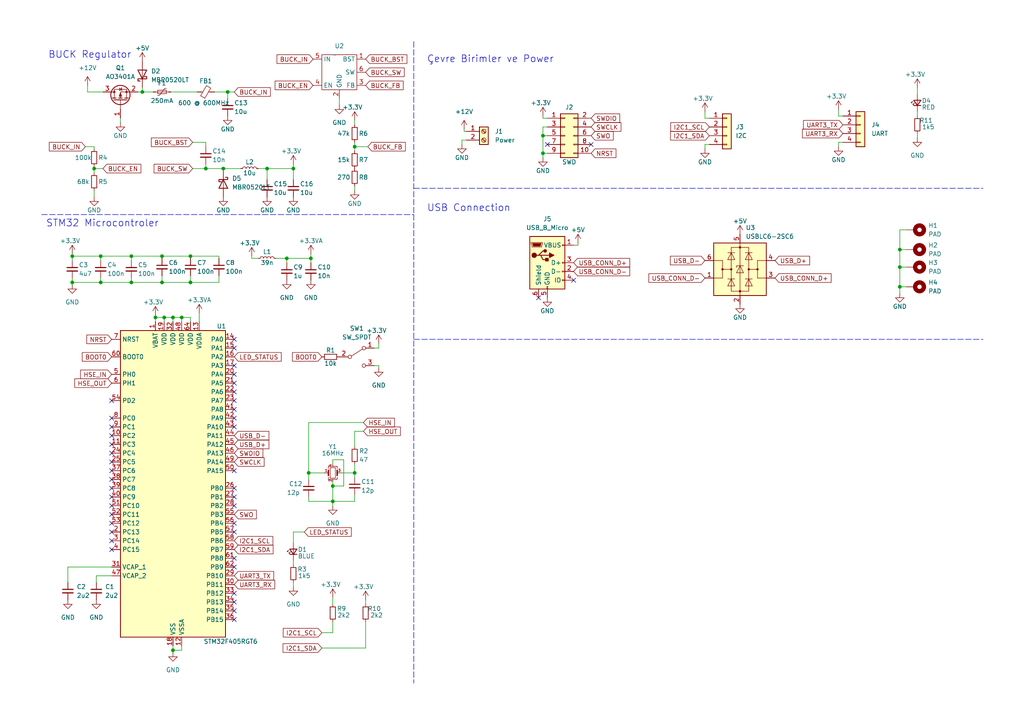
<source format=kicad_sch>
(kicad_sch (version 20230121) (generator eeschema)
  (paper "A4")
  (title_block (title "STM32F405_Dev_Board") (date "2023-08-24") (rev "V2.0") (company "MHI Design"))
  (lib_symbols
    (symbol "Connector:Screw_Terminal_01x02" (pin_names (offset 1.016) hide)
      (property "Reference" "J" (at 0 2.54 0))
      (property "Value" "Screw_Terminal_01x02" (at 0 -5.08 0))
      (symbol "Screw_Terminal_01x02_1_1"
        (pin passive line (at -5.08 0 0) (length 3.81) (name "Pin_1") (number "1"))
        (pin passive line (at -5.08 -2.54 0) (length 3.81) (name "Pin_2") (number "2"))
      )
    )
    (symbol "Connector:USB_B_Micro" (pin_names (offset 1.016))
      (property "Reference" "J" (at -5.08 11.43 0))
      (property "Value" "USB_B_Micro" (at -5.08 8.89 0))
      (symbol "USB_B_Micro_1_1"
        (pin power_out line (at 7.62 5.08 180) (length 2.54) (name "VBUS") (number "1"))
        (pin bidirectional line (at 7.62 -2.54 180) (length 2.54) (name "D-") (number "2"))
        (pin bidirectional line (at 7.62 0 180) (length 2.54) (name "D+") (number "3"))
        (pin passive line (at 7.62 -5.08 180) (length 2.54) (name "ID") (number "4"))
        (pin power_out line (at 0 -10.16 90) (length 2.54) (name "GND") (number "5"))
        (pin passive line (at -2.54 -10.16 90) (length 2.54) (name "Shield") (number "6"))
      )
    )
    (symbol "Connector_Generic:Conn_01x04" (pin_names (offset 1.016) hide)
      (property "Reference" "J" (at 0 5.08 0))
      (property "Value" "Conn_01x04" (at 0 -7.62 0))
      (symbol "Conn_01x04_1_1"
        (pin passive line (at -5.08 2.54 0) (length 3.81) (name "Pin_1") (number "1"))
        (pin passive line (at -5.08 0 0) (length 3.81) (name "Pin_2") (number "2"))
        (pin passive line (at -5.08 -2.54 0) (length 3.81) (name "Pin_3") (number "3"))
        (pin passive line (at -5.08 -5.08 0) (length 3.81) (name "Pin_4") (number "4"))
      )
    )
    (symbol "Connector_Generic:Conn_02x05_Odd_Even" (pin_names (offset 1.016) hide)
      (property "Reference" "J" (at 1.27 7.62 0))
      (property "Value" "Conn_02x05_Odd_Even" (at 1.27 -7.62 0))
      (symbol "Conn_02x05_Odd_Even_1_1"
        (pin passive line (at -5.08 5.08 0) (length 3.81) (name "Pin_1") (number "1"))
        (pin passive line (at 7.62 -5.08 180) (length 3.81) (name "Pin_10") (number "10"))
        (pin passive line (at 7.62 5.08 180) (length 3.81) (name "Pin_2") (number "2"))
        (pin passive line (at -5.08 2.54 0) (length 3.81) (name "Pin_3") (number "3"))
        (pin passive line (at 7.62 2.54 180) (length 3.81) (name "Pin_4") (number "4"))
        (pin passive line (at -5.08 0 0) (length 3.81) (name "Pin_5") (number "5"))
        (pin passive line (at 7.62 0 180) (length 3.81) (name "Pin_6") (number "6"))
        (pin passive line (at -5.08 -2.54 0) (length 3.81) (name "Pin_7") (number "7"))
        (pin passive line (at 7.62 -2.54 180) (length 3.81) (name "Pin_8") (number "8"))
        (pin passive line (at -5.08 -5.08 0) (length 3.81) (name "Pin_9") (number "9"))
      )
    )
    (symbol "Device:C_Small" (pin_numbers hide) (pin_names (offset 0.254) hide)
      (property "Reference" "C" (at 0.254 1.778 0))
      (property "Value" "C_Small" (at 0.254 -2.032 0))
      (symbol "C_Small_1_1"
        (pin passive line (at 0 2.54 270) (length 2.032) (name "~") (number "1"))
        (pin passive line (at 0 -2.54 90) (length 2.032) (name "~") (number "2"))
      )
    )
    (symbol "Device:Crystal_GND24_Small" (pin_names (offset 1.016) hide)
      (property "Reference" "Y" (at 1.27 4.445 0))
      (property "Value" "Crystal_GND24_Small" (at 1.27 2.54 0))
      (symbol "Crystal_GND24_Small_1_1"
        (pin passive line (at -2.54 0 0) (length 1.27) (name "1") (number "1"))
        (pin passive line (at 0 -2.54 90) (length 0.635) (name "2") (number "2"))
        (pin passive line (at 2.54 0 180) (length 1.27) (name "3") (number "3"))
        (pin passive line (at 0 2.54 270) (length 0.635) (name "4") (number "4"))
      )
    )
    (symbol "Device:FerriteBead_Small" (pin_numbers hide) (pin_names (offset 0))
      (property "Reference" "FB" (at 1.905 1.27 0))
      (property "Value" "FerriteBead_Small" (at 1.905 -1.27 0))
      (symbol "FerriteBead_Small_1_1"
        (pin passive line (at 0 2.54 270) (length 1.27) (name "~") (number "1"))
        (pin passive line (at 0 -2.54 90) (length 1.27) (name "~") (number "2"))
      )
    )
    (symbol "Device:LED_Small" (pin_numbers hide) (pin_names (offset 0.254) hide)
      (property "Reference" "D" (at -1.27 3.175 0))
      (property "Value" "LED_Small" (at -4.445 -2.54 0))
      (symbol "LED_Small_1_1"
        (pin passive line (at -2.54 0 0) (length 1.778) (name "K") (number "1"))
        (pin passive line (at 2.54 0 180) (length 1.778) (name "A") (number "2"))
      )
    )
    (symbol "Device:L_Small" (pin_numbers hide) (pin_names (offset 0.254) hide)
      (property "Reference" "L" (at 0.762 1.016 0))
      (property "Value" "L_Small" (at 0.762 -1.016 0))
      (symbol "L_Small_1_1"
        (pin passive line (at 0 2.54 270) (length 0.508) (name "~") (number "1"))
        (pin passive line (at 0 -2.54 90) (length 0.508) (name "~") (number "2"))
      )
    )
    (symbol "Device:Polyfuse_Small" (pin_numbers hide) (pin_names (offset 0))
      (property "Reference" "F" (at -1.905 0 90))
      (property "Value" "Polyfuse_Small" (at 1.905 0 90))
      (symbol "Polyfuse_Small_1_1"
        (pin passive line (at 0 2.54 270) (length 0.635) (name "~") (number "1"))
        (pin passive line (at 0 -2.54 90) (length 0.635) (name "~") (number "2"))
      )
    )
    (symbol "Device:R_Small" (pin_numbers hide) (pin_names (offset 0.254) hide)
      (property "Reference" "R" (at 0.762 0.508 0))
      (property "Value" "R_Small" (at 0.762 -1.016 0))
      (symbol "R_Small_1_1"
        (pin passive line (at 0 2.54 270) (length 0.762) (name "~") (number "1"))
        (pin passive line (at 0 -2.54 90) (length 0.762) (name "~") (number "2"))
      )
    )
    (symbol "Diode:MBR0520LT" (pin_numbers hide) (pin_names (offset 1.016) hide)
      (property "Reference" "D" (at 0 2.54 0))
      (property "Value" "MBR0520LT" (at 0 -2.54 0))
      (symbol "MBR0520LT_1_1"
        (pin passive line (at -3.81 0 0) (length 2.54) (name "K") (number "1"))
        (pin passive line (at 3.81 0 180) (length 2.54) (name "A") (number "2"))
      )
    )
    (symbol "MCU_ST_STM32F4:STM32F405RGTx"
      (property "Reference" "U" (at -15.24 46.99 0))
      (property "Value" "STM32F405RGTx" (at 10.16 46.99 0))
      (symbol "STM32F405RGTx_1_1"
        (pin power_in line (at -5.08 48.26 270) (length 2.54) (name "VBAT") (number "1"))
        (pin bidirectional line (at -17.78 15.24 0) (length 2.54) (name "PC2") (number "10"))
        (pin bidirectional line (at -17.78 12.7 0) (length 2.54) (name "PC3") (number "11"))
        (pin power_in line (at 2.54 -45.72 90) (length 2.54) (name "VSSA") (number "12"))
        (pin power_in line (at 7.62 48.26 270) (length 2.54) (name "VDDA") (number "13"))
        (pin bidirectional line (at 17.78 43.18 180) (length 2.54) (name "PA0") (number "14"))
        (pin bidirectional line (at 17.78 40.64 180) (length 2.54) (name "PA1") (number "15"))
        (pin bidirectional line (at 17.78 38.1 180) (length 2.54) (name "PA2") (number "16"))
        (pin bidirectional line (at 17.78 35.56 180) (length 2.54) (name "PA3") (number "17"))
        (pin power_in line (at 0 -45.72 90) (length 2.54) (name "VSS") (number "18"))
        (pin power_in line (at -2.54 48.26 270) (length 2.54) (name "VDD") (number "19"))
        (pin bidirectional line (at -17.78 -12.7 0) (length 2.54) (name "PC13") (number "2"))
        (pin bidirectional line (at 17.78 33.02 180) (length 2.54) (name "PA4") (number "20"))
        (pin bidirectional line (at 17.78 30.48 180) (length 2.54) (name "PA5") (number "21"))
        (pin bidirectional line (at 17.78 27.94 180) (length 2.54) (name "PA6") (number "22"))
        (pin bidirectional line (at 17.78 25.4 180) (length 2.54) (name "PA7") (number "23"))
        (pin bidirectional line (at -17.78 10.16 0) (length 2.54) (name "PC4") (number "24"))
        (pin bidirectional line (at -17.78 7.62 0) (length 2.54) (name "PC5") (number "25"))
        (pin bidirectional line (at 17.78 0 180) (length 2.54) (name "PB0") (number "26"))
        (pin bidirectional line (at 17.78 -2.54 180) (length 2.54) (name "PB1") (number "27"))
        (pin bidirectional line (at 17.78 -5.08 180) (length 2.54) (name "PB2") (number "28"))
        (pin bidirectional line (at 17.78 -25.4 180) (length 2.54) (name "PB10") (number "29"))
        (pin bidirectional line (at -17.78 -15.24 0) (length 2.54) (name "PC14") (number "3"))
        (pin bidirectional line (at 17.78 -27.94 180) (length 2.54) (name "PB11") (number "30"))
        (pin power_out line (at -17.78 -22.86 0) (length 2.54) (name "VCAP_1") (number "31"))
        (pin power_in line (at 0 48.26 270) (length 2.54) (name "VDD") (number "32"))
        (pin bidirectional line (at 17.78 -30.48 180) (length 2.54) (name "PB12") (number "33"))
        (pin bidirectional line (at 17.78 -33.02 180) (length 2.54) (name "PB13") (number "34"))
        (pin bidirectional line (at 17.78 -35.56 180) (length 2.54) (name "PB14") (number "35"))
        (pin bidirectional line (at 17.78 -38.1 180) (length 2.54) (name "PB15") (number "36"))
        (pin bidirectional line (at -17.78 5.08 0) (length 2.54) (name "PC6") (number "37"))
        (pin bidirectional line (at -17.78 2.54 0) (length 2.54) (name "PC7") (number "38"))
        (pin bidirectional line (at -17.78 0 0) (length 2.54) (name "PC8") (number "39"))
        (pin bidirectional line (at -17.78 -17.78 0) (length 2.54) (name "PC15") (number "4"))
        (pin bidirectional line (at -17.78 -2.54 0) (length 2.54) (name "PC9") (number "40"))
        (pin bidirectional line (at 17.78 22.86 180) (length 2.54) (name "PA8") (number "41"))
        (pin bidirectional line (at 17.78 20.32 180) (length 2.54) (name "PA9") (number "42"))
        (pin bidirectional line (at 17.78 17.78 180) (length 2.54) (name "PA10") (number "43"))
        (pin bidirectional line (at 17.78 15.24 180) (length 2.54) (name "PA11") (number "44"))
        (pin bidirectional line (at 17.78 12.7 180) (length 2.54) (name "PA12") (number "45"))
        (pin bidirectional line (at 17.78 10.16 180) (length 2.54) (name "PA13") (number "46"))
        (pin power_out line (at -17.78 -25.4 0) (length 2.54) (name "VCAP_2") (number "47"))
        (pin power_in line (at 2.54 48.26 270) (length 2.54) (name "VDD") (number "48"))
        (pin bidirectional line (at 17.78 7.62 180) (length 2.54) (name "PA14") (number "49"))
        (pin bidirectional line (at -17.78 33.02 0) (length 2.54) (name "PH0") (number "5"))
        (pin bidirectional line (at 17.78 5.08 180) (length 2.54) (name "PA15") (number "50"))
        (pin bidirectional line (at -17.78 -5.08 0) (length 2.54) (name "PC10") (number "51"))
        (pin bidirectional line (at -17.78 -7.62 0) (length 2.54) (name "PC11") (number "52"))
        (pin bidirectional line (at -17.78 -10.16 0) (length 2.54) (name "PC12") (number "53"))
        (pin bidirectional line (at -17.78 25.4 0) (length 2.54) (name "PD2") (number "54"))
        (pin bidirectional line (at 17.78 -7.62 180) (length 2.54) (name "PB3") (number "55"))
        (pin bidirectional line (at 17.78 -10.16 180) (length 2.54) (name "PB4") (number "56"))
        (pin bidirectional line (at 17.78 -12.7 180) (length 2.54) (name "PB5") (number "57"))
        (pin bidirectional line (at 17.78 -15.24 180) (length 2.54) (name "PB6") (number "58"))
        (pin bidirectional line (at 17.78 -17.78 180) (length 2.54) (name "PB7") (number "59"))
        (pin bidirectional line (at -17.78 30.48 0) (length 2.54) (name "PH1") (number "6"))
        (pin input line (at -17.78 38.1 0) (length 2.54) (name "BOOT0") (number "60"))
        (pin bidirectional line (at 17.78 -20.32 180) (length 2.54) (name "PB8") (number "61"))
        (pin bidirectional line (at 17.78 -22.86 180) (length 2.54) (name "PB9") (number "62"))
        (pin passive line (at 0 -45.72 90) (length 2.54) hide (name "VSS") (number "63"))
        (pin power_in line (at 5.08 48.26 270) (length 2.54) (name "VDD") (number "64"))
        (pin input line (at -17.78 43.18 0) (length 2.54) (name "NRST") (number "7"))
        (pin bidirectional line (at -17.78 20.32 0) (length 2.54) (name "PC0") (number "8"))
        (pin bidirectional line (at -17.78 17.78 0) (length 2.54) (name "PC1") (number "9"))
      )
    )
    (symbol "Mechanical:MountingHole_Pad" (pin_numbers hide) (pin_names (offset 1.016) hide)
      (property "Reference" "H" (at 0 6.35 0))
      (property "Value" "MountingHole_Pad" (at 0 4.445 0))
      (symbol "MountingHole_Pad_1_1"
        (pin input line (at 0 -2.54 90) (length 2.54) (name "1") (number "1"))
      )
    )
    (symbol "Power_Protection:USBLC6-2SC6" (pin_names hide)
      (property "Reference" "U" (at 2.54 8.89 0))
      (property "Value" "USBLC6-2SC6" (at 2.54 -8.89 0))
      (symbol "USBLC6-2SC6_1_1"
        (pin passive line (at -10.16 -2.54 0) (length 2.54) (name "I/O1") (number "1"))
        (pin passive line (at 0 -10.16 90) (length 2.54) (name "GND") (number "2"))
        (pin passive line (at 10.16 -2.54 180) (length 2.54) (name "I/O2") (number "3"))
        (pin passive line (at 10.16 2.54 180) (length 2.54) (name "I/O2") (number "4"))
        (pin passive line (at 0 10.16 270) (length 2.54) (name "VBUS") (number "5"))
        (pin passive line (at -10.16 2.54 0) (length 2.54) (name "I/O1") (number "6"))
      )
    )
    (symbol "Regulator_MHI:MP2359"
      (property "Reference" "U" (at 0 2.54 0))
      (symbol "MP2359_1_1"
        (pin input line (at 8.89 -1.27 180) (length 2.54) (name "BST") (number "1"))
        (pin input line (at 1.27 -12.7 90) (length 2.54) (name "GND") (number "2"))
        (pin input line (at 8.89 -8.89 180) (length 2.54) (name "FB") (number "3"))
        (pin input line (at -6.35 -8.89 0) (length 2.54) (name "EN") (number "4"))
        (pin input line (at -6.35 -1.27 0) (length 2.54) (name "IN") (number "5"))
        (pin input line (at 8.89 -5.08 180) (length 2.54) (name "SW") (number "6"))
      )
    )
    (symbol "Switch:SW_SPDT" (pin_names (offset 0) hide)
      (property "Reference" "SW" (at 0 4.318 0))
      (property "Value" "SW_SPDT" (at 0 -5.08 0))
      (symbol "SW_SPDT_1_1"
        (pin passive line (at 5.08 2.54 180) (length 2.54) (name "A") (number "1"))
        (pin passive line (at -5.08 0 0) (length 2.54) (name "B") (number "2"))
        (pin passive line (at 5.08 -2.54 180) (length 2.54) (name "C") (number "3"))
      )
    )
    (symbol "Transistor_FET:AO3401A" (pin_names hide)
      (property "Reference" "Q" (at 5.08 1.905 0))
      (property "Value" "AO3401A" (at 5.08 0 0))
      (symbol "AO3401A_1_1"
        (pin input line (at -5.08 0 0) (length 2.54) (name "G") (number "1"))
        (pin passive line (at 2.54 -5.08 90) (length 2.54) (name "S") (number "2"))
        (pin passive line (at 2.54 5.08 270) (length 2.54) (name "D") (number "3"))
      )
    )
    (symbol "power:+12V" (power) (pin_names (offset 0))
      (property "Value" "+12V" (at 0 3.556 0))
      (symbol "+12V_1_1"
        (pin power_in line (at 0 0 90) (length 0) hide (name "+12V") (number "1"))
      )
    )
    (symbol "power:+3.3V" (power) (pin_names (offset 0))
      (property "Value" "+3.3V" (at 0 3.556 0))
      (symbol "+3.3V_1_1"
        (pin power_in line (at 0 0 90) (length 0) hide (name "+3.3V") (number "1"))
      )
    )
    (symbol "power:+3.3VA" (power) (pin_names (offset 0))
      (property "Value" "+3.3VA" (at 0 3.556 0))
      (symbol "+3.3VA_1_1"
        (pin power_in line (at 0 0 90) (length 0) hide (name "+3.3VA") (number "1"))
      )
    )
    (symbol "power:+5V" (power) (pin_names (offset 0))
      (property "Value" "+5V" (at 0 3.556 0))
      (symbol "+5V_1_1"
        (pin power_in line (at 0 0 90) (length 0) hide (name "+5V") (number "1"))
      )
    )
    (symbol "power:GND" (power) (pin_names (offset 0))
      (property "Value" "GND" (at 0 -3.81 0))
      (symbol "GND_1_1"
        (pin power_in line (at 0 0 270) (length 0) hide (name "GND") (number "1"))
      )
    )
  )
  (junction (at 38.1 81.915))
  (junction (at 83.185 74.93))
  (junction (at 52.705 92.075))
  (junction (at 96.52 145.415))
  (junction (at 29.21 74.295))
  (junction (at 85.09 48.895))
  (junction (at 27.305 48.895))
  (junction (at 260.985 77.47))
  (junction (at 41.275 26.67))
  (junction (at 157.48 44.45))
  (junction (at 47.625 92.075))
  (junction (at 38.1 74.295))
  (junction (at 20.955 81.915))
  (junction (at 45.085 92.075))
  (junction (at 66.04 26.67))
  (junction (at 260.985 72.39))
  (junction (at 29.21 81.915))
  (junction (at 102.87 42.545))
  (junction (at 77.47 48.895))
  (junction (at 55.245 81.915))
  (junction (at 96.52 140.97))
  (junction (at 50.165 188.595))
  (junction (at 55.245 74.295))
  (junction (at 46.99 81.915))
  (junction (at 90.17 74.93))
  (junction (at 157.48 39.37))
  (junction (at 102.87 137.16))
  (junction (at 64.77 48.895))
  (junction (at 46.99 74.295))
  (junction (at 20.955 74.295))
  (junction (at 59.69 48.895))
  (junction (at 260.985 83.185))
  (junction (at 50.165 92.075))
  (junction (at 89.535 137.16))
  (no_connect (at 67.945 141.605))
  (no_connect (at 32.385 123.825))
  (no_connect (at 32.385 151.765))
  (no_connect (at 67.945 121.285))
  (no_connect (at 166.37 81.28))
  (no_connect (at 67.945 118.745))
  (no_connect (at 32.385 154.305))
  (no_connect (at 67.945 123.825))
  (no_connect (at 67.945 108.585))
  (no_connect (at 67.945 154.305))
  (no_connect (at 67.945 100.965))
  (no_connect (at 67.945 144.145))
  (no_connect (at 67.945 98.425))
  (no_connect (at 158.75 41.91))
  (no_connect (at 32.385 149.225))
  (no_connect (at 32.385 131.445))
  (no_connect (at 32.385 144.145))
  (no_connect (at 67.945 113.665))
  (no_connect (at 67.945 151.765))
  (no_connect (at 32.385 141.605))
  (no_connect (at 32.385 136.525))
  (no_connect (at 32.385 146.685))
  (no_connect (at 156.21 86.36))
  (no_connect (at 67.945 174.625))
  (no_connect (at 32.385 133.985))
  (no_connect (at 32.385 159.385))
  (no_connect (at 171.45 41.91))
  (no_connect (at 32.385 116.205))
  (no_connect (at 32.385 126.365))
  (no_connect (at 32.385 139.065))
  (no_connect (at 67.945 179.705))
  (no_connect (at 67.945 116.205))
  (no_connect (at 67.945 161.925))
  (no_connect (at 67.945 111.125))
  (no_connect (at 67.945 136.525))
  (no_connect (at 32.385 128.905))
  (no_connect (at 67.945 146.685))
  (no_connect (at 32.385 156.845))
  (no_connect (at 67.945 177.165))
  (no_connect (at 67.945 172.085))
  (no_connect (at 67.945 106.045))
  (no_connect (at 67.945 164.465))
  (no_connect (at 32.385 121.285))
  (polyline (pts (xy 120.015 98.425) (xy 285.115 98.425)) (stroke (width 0) (type dash)))
  (wire (pts (xy 90.17 73.66) (xy 90.17 74.93)))
  (wire (pts (xy 46.99 80.01) (xy 46.99 81.915)))
  (wire (pts (xy 27.305 48.26) (xy 27.305 48.895)))
  (wire (pts (xy 96.52 183.515) (xy 96.52 180.34)))
  (wire (pts (xy 52.705 92.075) (xy 52.705 93.345)))
  (wire (pts (xy 50.165 92.075) (xy 50.165 93.345)))
  (wire (pts (xy 59.69 41.275) (xy 55.88 41.275)))
  (wire (pts (xy 102.87 125.095) (xy 102.87 129.54)))
  (wire (pts (xy 109.855 99.695) (xy 109.855 100.965)))
  (wire (pts (xy 260.985 85.09) (xy 260.985 83.185)))
  (wire (pts (xy 96.52 173.355) (xy 96.52 175.26)))
  (wire (pts (xy 41.275 25.4) (xy 41.275 26.67)))
  (wire (pts (xy 29.21 81.915) (xy 38.1 81.915)))
  (wire (pts (xy 27.305 48.895) (xy 29.845 48.895)))
  (wire (pts (xy 109.855 106.68) (xy 109.855 106.045)))
  (wire (pts (xy 38.1 74.295) (xy 38.1 75.565)))
  (wire (pts (xy 27.305 48.895) (xy 27.305 50.165)))
  (wire (pts (xy 45.085 91.44) (xy 45.085 92.075)))
  (wire (pts (xy 157.48 34.29) (xy 157.48 33.655)))
  (wire (pts (xy 260.985 77.47) (xy 260.985 72.39)))
  (wire (pts (xy 29.21 75.565) (xy 29.21 74.295)))
  (wire (pts (xy 102.87 145.415) (xy 102.87 143.51)))
  (wire (pts (xy 50.165 188.595) (xy 50.165 189.23)))
  (wire (pts (xy 109.855 100.965) (xy 108.585 100.965)))
  (wire (pts (xy 77.47 48.895) (xy 74.93 48.895)))
  (wire (pts (xy 57.785 90.805) (xy 57.785 93.345)))
  (wire (pts (xy 96.52 133.35) (xy 99.695 133.35)))
  (wire (pts (xy 27.305 43.18) (xy 27.305 42.545)))
  (wire (pts (xy 85.09 157.48) (xy 85.09 154.305)))
  (wire (pts (xy 52.705 188.595) (xy 52.705 187.325)))
  (wire (pts (xy 50.165 188.595) (xy 52.705 188.595)))
  (polyline (pts (xy 120.015 54.61) (xy 285.115 54.61)) (stroke (width 0) (type dash)))
  (wire (pts (xy 85.09 48.895) (xy 77.47 48.895)))
  (wire (pts (xy 34.925 34.29) (xy 34.925 35.56)))
  (wire (pts (xy 20.955 81.915) (xy 29.21 81.915)))
  (wire (pts (xy 99.695 133.35) (xy 99.695 140.97)))
  (wire (pts (xy 45.085 92.075) (xy 47.625 92.075)))
  (wire (pts (xy 55.245 81.915) (xy 63.5 81.915)))
  (wire (pts (xy 106.045 173.99) (xy 106.045 175.26)))
  (wire (pts (xy 62.23 26.67) (xy 66.04 26.67)))
  (wire (pts (xy 83.185 74.93) (xy 90.17 74.93)))
  (wire (pts (xy 93.345 187.96) (xy 106.045 187.96)))
  (wire (pts (xy 157.48 44.45) (xy 157.48 39.37)))
  (wire (pts (xy 59.69 48.895) (xy 55.88 48.895)))
  (polyline (pts (xy 120.015 62.23) (xy 120.015 198.12)) (stroke (width 0) (type dash)))
  (wire (pts (xy 63.5 81.915) (xy 63.5 80.01)))
  (wire (pts (xy 134.62 37.465) (xy 134.62 38.1)))
  (wire (pts (xy 99.695 140.97) (xy 96.52 140.97)))
  (wire (pts (xy 55.245 74.295) (xy 63.5 74.295)))
  (wire (pts (xy 52.705 92.075) (xy 55.245 92.075)))
  (wire (pts (xy 20.955 73.66) (xy 20.955 74.295)))
  (wire (pts (xy 260.985 66.675) (xy 262.89 66.675)))
  (wire (pts (xy 38.1 80.645) (xy 38.1 81.915)))
  (wire (pts (xy 20.955 74.295) (xy 20.955 75.565)))
  (wire (pts (xy 243.205 41.275) (xy 243.205 42.545)))
  (wire (pts (xy 55.245 74.295) (xy 55.245 74.93)))
  (wire (pts (xy 27.94 168.91) (xy 27.94 167.005)))
  (wire (pts (xy 19.685 168.91) (xy 19.685 164.465)))
  (wire (pts (xy 50.165 187.325) (xy 50.165 188.595)))
  (wire (pts (xy 40.005 26.67) (xy 41.275 26.67)))
  (wire (pts (xy 102.87 53.975) (xy 102.87 55.245)))
  (wire (pts (xy 90.17 76.2) (xy 90.17 74.93)))
  (polyline (pts (xy 120.015 12.065) (xy 120.015 62.23)) (stroke (width 0) (type dash)))
  (wire (pts (xy 27.94 167.005) (xy 32.385 167.005)))
  (wire (pts (xy 204.47 41.91) (xy 204.47 43.18)))
  (wire (pts (xy 93.345 183.515) (xy 96.52 183.515)))
  (wire (pts (xy 96.52 140.97) (xy 96.52 145.415)))
  (wire (pts (xy 73.025 74.295) (xy 73.025 74.93)))
  (wire (pts (xy 46.99 81.915) (xy 55.245 81.915)))
  (wire (pts (xy 102.87 42.545) (xy 102.87 43.815)))
  (wire (pts (xy 266.065 38.735) (xy 266.065 40.005)))
  (wire (pts (xy 45.085 92.075) (xy 45.085 93.345)))
  (wire (pts (xy 20.955 82.55) (xy 20.955 81.915)))
  (wire (pts (xy 105.41 125.095) (xy 102.87 125.095)))
  (wire (pts (xy 66.04 26.67) (xy 67.945 26.67)))
  (wire (pts (xy 55.245 80.01) (xy 55.245 81.915)))
  (wire (pts (xy 41.275 26.67) (xy 44.45 26.67)))
  (wire (pts (xy 27.305 55.245) (xy 27.305 57.15)))
  (wire (pts (xy 205.74 41.91) (xy 204.47 41.91)))
  (wire (pts (xy 244.475 41.275) (xy 243.205 41.275)))
  (wire (pts (xy 266.065 25.4) (xy 266.065 27.305)))
  (wire (pts (xy 102.87 134.62) (xy 102.87 137.16)))
  (wire (pts (xy 204.47 32.385) (xy 204.47 34.29)))
  (wire (pts (xy 47.625 93.345) (xy 47.625 92.075)))
  (wire (pts (xy 20.955 74.295) (xy 29.21 74.295)))
  (wire (pts (xy 243.205 31.75) (xy 243.205 33.655)))
  (wire (pts (xy 25.4 24.765) (xy 25.4 26.67)))
  (wire (pts (xy 47.625 92.075) (xy 50.165 92.075)))
  (wire (pts (xy 109.855 106.045) (xy 108.585 106.045)))
  (wire (pts (xy 102.87 34.925) (xy 102.87 36.195)))
  (wire (pts (xy 46.99 74.295) (xy 55.245 74.295)))
  (wire (pts (xy 85.09 52.07) (xy 85.09 48.895)))
  (wire (pts (xy 50.165 92.075) (xy 52.705 92.075)))
  (wire (pts (xy 38.1 81.915) (xy 46.99 81.915)))
  (wire (pts (xy 157.48 36.83) (xy 158.75 36.83)))
  (wire (pts (xy 46.99 74.295) (xy 46.99 74.93)))
  (wire (pts (xy 64.77 48.895) (xy 64.77 49.53)))
  (wire (pts (xy 66.04 28.575) (xy 66.04 26.67)))
  (wire (pts (xy 20.955 81.915) (xy 20.955 80.645)))
  (wire (pts (xy 96.52 146.685) (xy 96.52 145.415)))
  (wire (pts (xy 266.065 32.385) (xy 266.065 33.655)))
  (wire (pts (xy 167.64 71.12) (xy 166.37 71.12)))
  (wire (pts (xy 59.69 47.625) (xy 59.69 48.895)))
  (wire (pts (xy 89.535 139.065) (xy 89.535 137.16)))
  (wire (pts (xy 55.245 92.075) (xy 55.245 93.345)))
  (wire (pts (xy 77.47 48.895) (xy 77.47 52.07)))
  (wire (pts (xy 260.985 77.47) (xy 262.89 77.47)))
  (wire (pts (xy 157.48 39.37) (xy 157.48 36.83)))
  (wire (pts (xy 49.53 26.67) (xy 57.15 26.67)))
  (wire (pts (xy 102.87 41.275) (xy 102.87 42.545)))
  (polyline (pts (xy 12.065 62.23) (xy 120.015 62.23)) (stroke (width 0) (type dash)))
  (wire (pts (xy 29.21 74.295) (xy 38.1 74.295)))
  (wire (pts (xy 96.52 134.62) (xy 96.52 133.35)))
  (wire (pts (xy 134.62 38.1) (xy 135.255 38.1)))
  (wire (pts (xy 38.1 74.295) (xy 46.99 74.295)))
  (wire (pts (xy 85.09 162.56) (xy 85.09 163.83)))
  (wire (pts (xy 157.48 44.45) (xy 158.75 44.45)))
  (wire (pts (xy 83.185 74.93) (xy 83.185 76.2)))
  (wire (pts (xy 106.045 187.96) (xy 106.045 180.34)))
  (wire (pts (xy 260.985 83.185) (xy 262.89 83.185)))
  (wire (pts (xy 105.41 122.555) (xy 89.535 122.555)))
  (wire (pts (xy 64.77 48.895) (xy 69.85 48.895)))
  (wire (pts (xy 25.4 26.67) (xy 29.845 26.67)))
  (wire (pts (xy 260.985 72.39) (xy 260.985 66.675)))
  (wire (pts (xy 59.69 48.895) (xy 64.77 48.895)))
  (wire (pts (xy 80.01 74.93) (xy 83.185 74.93)))
  (wire (pts (xy 102.87 42.545) (xy 106.68 42.545)))
  (wire (pts (xy 98.425 28.575) (xy 98.425 30.48)))
  (wire (pts (xy 260.985 72.39) (xy 262.89 72.39)))
  (wire (pts (xy 89.535 145.415) (xy 89.535 144.145)))
  (wire (pts (xy 59.69 42.545) (xy 59.69 41.275)))
  (wire (pts (xy 85.09 154.305) (xy 88.265 154.305)))
  (wire (pts (xy 85.09 168.91) (xy 85.09 170.18)))
  (wire (pts (xy 243.205 33.655) (xy 244.475 33.655)))
  (wire (pts (xy 96.52 145.415) (xy 102.87 145.415)))
  (wire (pts (xy 96.52 139.7) (xy 96.52 140.97)))
  (wire (pts (xy 89.535 122.555) (xy 89.535 137.16)))
  (wire (pts (xy 99.06 137.16) (xy 102.87 137.16)))
  (wire (pts (xy 24.765 42.545) (xy 27.305 42.545)))
  (wire (pts (xy 260.985 83.185) (xy 260.985 77.47)))
  (wire (pts (xy 96.52 145.415) (xy 89.535 145.415)))
  (wire (pts (xy 89.535 137.16) (xy 93.98 137.16)))
  (wire (pts (xy 157.48 39.37) (xy 158.75 39.37)))
  (wire (pts (xy 133.985 41.91) (xy 133.985 40.64)))
  (wire (pts (xy 19.685 164.465) (xy 32.385 164.465)))
  (wire (pts (xy 85.09 47.625) (xy 85.09 48.895)))
  (wire (pts (xy 73.025 74.93) (xy 74.93 74.93)))
  (wire (pts (xy 204.47 34.29) (xy 205.74 34.29)))
  (wire (pts (xy 133.985 40.64) (xy 135.255 40.64)))
  (wire (pts (xy 63.5 74.295) (xy 63.5 74.93)))
  (wire (pts (xy 167.64 70.485) (xy 167.64 71.12)))
  (wire (pts (xy 157.48 45.72) (xy 157.48 44.45)))
  (wire (pts (xy 158.75 34.29) (xy 157.48 34.29)))
  (wire (pts (xy 102.87 137.16) (xy 102.87 138.43)))
  (wire (pts (xy 29.21 80.645) (xy 29.21 81.915)))
  (text "USB Connection" (at 123.825 61.595 0) (effects (font (size 2 2)) (justify left bottom)))
  (text "STM32 Microcontroler" (at 13.335 66.04 0) (effects (font (size 2 2)) (justify left bottom)))
  (text "Çevre Birimler ve Power" (at 123.825 18.415 0) (effects (font (size 2 2)) (justify left bottom)))
  (text "BUCK Regulator" (at 13.97 17.145 0) (effects (font (size 2 2)) (justify left bottom)))
  (global_label "UART3_TX" (shape input) (at 67.945 167.005 0) (property "Intersheetrefs" "${INTERSHEET_REFS}" (effects hide)))
  (global_label "USB_CONN_D-" (shape input) (at 204.47 80.645 180) (property "Intersheetrefs" "${INTERSHEET_REFS}" (effects hide)))
  (global_label "BUCK_IN" (shape input) (at 67.945 26.67 0) (property "Intersheetrefs" "${INTERSHEET_REFS}" (effects hide)))
  (global_label "I2C1_SCL" (shape input) (at 205.74 36.83 180) (property "Intersheetrefs" "${INTERSHEET_REFS}" (effects hide)))
  (global_label "HSE_IN" (shape input) (at 32.385 108.585 180) (property "Intersheetrefs" "${INTERSHEET_REFS}" (effects hide)))
  (global_label "BOOT0" (shape input) (at 32.385 103.505 180) (property "Intersheetrefs" "${INTERSHEET_REFS}" (effects hide)))
  (global_label "USB_D+" (shape input) (at 224.79 75.565 0) (property "Intersheetrefs" "${INTERSHEET_REFS}" (effects hide)))
  (global_label "BUCK_FB" (shape input) (at 106.045 24.765 0) (property "Intersheetrefs" "${INTERSHEET_REFS}" (effects hide)))
  (global_label "BUCK_IN" (shape input) (at 90.805 17.145 180) (property "Intersheetrefs" "${INTERSHEET_REFS}" (effects hide)))
  (global_label "BUCK_BST" (shape input) (at 106.045 17.145 0) (property "Intersheetrefs" "${INTERSHEET_REFS}" (effects hide)))
  (global_label "SWDIO" (shape input) (at 67.945 131.445 0) (property "Intersheetrefs" "${INTERSHEET_REFS}" (effects hide)))
  (global_label "SWO" (shape input) (at 171.45 39.37 0) (property "Intersheetrefs" "${INTERSHEET_REFS}" (effects hide)))
  (global_label "NRST" (shape input) (at 32.385 98.425 180) (property "Intersheetrefs" "${INTERSHEET_REFS}" (effects hide)))
  (global_label "SWCLK" (shape input) (at 67.945 133.985 0) (property "Intersheetrefs" "${INTERSHEET_REFS}" (effects hide)))
  (global_label "LED_STATUS" (shape input) (at 88.265 154.305 0) (property "Intersheetrefs" "${INTERSHEET_REFS}" (effects hide)))
  (global_label "SWCLK" (shape input) (at 171.45 36.83 0) (property "Intersheetrefs" "${INTERSHEET_REFS}" (effects hide)))
  (global_label "HSE_IN" (shape input) (at 105.41 122.555 0) (property "Intersheetrefs" "${INTERSHEET_REFS}" (effects hide)))
  (global_label "I2C1_SCL" (shape input) (at 93.345 183.515 180) (property "Intersheetrefs" "${INTERSHEET_REFS}" (effects hide)))
  (global_label "HSE_OUT" (shape input) (at 32.385 111.125 180) (property "Intersheetrefs" "${INTERSHEET_REFS}" (effects hide)))
  (global_label "UART3_RX" (shape input) (at 67.945 169.545 0) (property "Intersheetrefs" "${INTERSHEET_REFS}" (effects hide)))
  (global_label "I2C1_SDA" (shape input) (at 93.345 187.96 180) (property "Intersheetrefs" "${INTERSHEET_REFS}" (effects hide)))
  (global_label "NRST" (shape input) (at 171.45 44.45 0) (property "Intersheetrefs" "${INTERSHEET_REFS}" (effects hide)))
  (global_label "SWO" (shape input) (at 67.945 149.225 0) (property "Intersheetrefs" "${INTERSHEET_REFS}" (effects hide)))
  (global_label "LED_STATUS" (shape input) (at 67.945 103.505 0) (property "Intersheetrefs" "${INTERSHEET_REFS}" (effects hide)))
  (global_label "USB_D-" (shape input) (at 67.945 126.365 0) (property "Intersheetrefs" "${INTERSHEET_REFS}" (effects hide)))
  (global_label "USB_CONN_D+" (shape input) (at 166.37 76.2 0) (property "Intersheetrefs" "${INTERSHEET_REFS}" (effects hide)))
  (global_label "BOOT0" (shape input) (at 93.345 103.505 180) (property "Intersheetrefs" "${INTERSHEET_REFS}" (effects hide)))
  (global_label "USB_CONN_D+" (shape input) (at 224.79 80.645 0) (property "Intersheetrefs" "${INTERSHEET_REFS}" (effects hide)))
  (global_label "USB_CONN_D-" (shape input) (at 166.37 78.74 0) (property "Intersheetrefs" "${INTERSHEET_REFS}" (effects hide)))
  (global_label "BUCK_SW" (shape input) (at 106.045 20.955 0) (property "Intersheetrefs" "${INTERSHEET_REFS}" (effects hide)))
  (global_label "UART3_RX" (shape input) (at 244.475 38.735 180) (property "Intersheetrefs" "${INTERSHEET_REFS}" (effects hide)))
  (global_label "USB_D+" (shape input) (at 67.945 128.905 0) (property "Intersheetrefs" "${INTERSHEET_REFS}" (effects hide)))
  (global_label "BUCK_SW" (shape input) (at 55.88 48.895 180) (property "Intersheetrefs" "${INTERSHEET_REFS}" (effects hide)))
  (global_label "I2C1_SDA" (shape input) (at 67.945 159.385 0) (property "Intersheetrefs" "${INTERSHEET_REFS}" (effects hide)))
  (global_label "BUCK_BST" (shape input) (at 55.88 41.275 180) (property "Intersheetrefs" "${INTERSHEET_REFS}" (effects hide)))
  (global_label "UART3_TX" (shape input) (at 244.475 36.195 180) (property "Intersheetrefs" "${INTERSHEET_REFS}" (effects hide)))
  (global_label "SWDIO" (shape input) (at 171.45 34.29 0) (property "Intersheetrefs" "${INTERSHEET_REFS}" (effects hide)))
  (global_label "BUCK_FB" (shape input) (at 106.68 42.545 0) (property "Intersheetrefs" "${INTERSHEET_REFS}" (effects hide)))
  (global_label "I2C1_SCL" (shape input) (at 67.945 156.845 0) (property "Intersheetrefs" "${INTERSHEET_REFS}" (effects hide)))
  (global_label "BUCK_EN" (shape input) (at 29.845 48.895 0) (property "Intersheetrefs" "${INTERSHEET_REFS}" (effects hide)))
  (global_label "USB_D-" (shape input) (at 204.47 75.565 180) (property "Intersheetrefs" "${INTERSHEET_REFS}" (effects hide)))
  (global_label "I2C1_SDA" (shape input) (at 205.74 39.37 180) (property "Intersheetrefs" "${INTERSHEET_REFS}" (effects hide)))
  (global_label "BUCK_EN" (shape input) (at 90.805 24.765 180) (property "Intersheetrefs" "${INTERSHEET_REFS}" (effects hide)))
  (global_label "HSE_OUT" (shape input) (at 105.41 125.095 0) (property "Intersheetrefs" "${INTERSHEET_REFS}" (effects hide)))
  (global_label "BUCK_IN" (shape input) (at 24.765 42.545 180) (property "Intersheetrefs" "${INTERSHEET_REFS}" (effects hide)))
  (symbol (lib_id "power:+3.3V") (at 20.955 73.66 0) (unit 1)
    (property "Reference" "#PWR08" (effects hide))
    (property "Value" "+3.3V" (at 20.32 69.85 0))
  )
  (symbol (lib_id "power:GND") (at 243.205 42.545 0) (unit 1)
    (property "Reference" "#PWR035" (effects hide))
    (property "Value" "GND" (at 243.205 46.355 0))
  )
  (symbol (lib_id "Device:Crystal_GND24_Small") (at 96.52 137.16 0) (unit 1)
    (property "Reference" "Y1" (at 96.52 129.54 0))
    (property "Value" "16MHz" (at 96.52 131.445 0))
    (property "Footprint" "Crystal:Crystal_SMD_3225-4Pin_3.2x2.5mm" (effects hide))
  )
  (symbol (lib_id "power:+3.3V") (at 45.085 91.44 0) (unit 1)
    (property "Reference" "#PWR02" (effects hide))
    (property "Value" "+3.3V" (at 44.45 87.63 0))
  )
  (symbol (lib_id "Device:LED_Small") (at 266.065 29.845 90) (unit 1)
    (property "Reference" "D4" (at 267.335 29.21 90) (effects (justify right)))
    (property "Value" "RED" (at 267.335 31.115 90) (effects (justify right)))
    (property "Footprint" "LED_SMD:LED_0603_1608Metric" (effects hide))
  )
  (symbol (lib_id "power:+3.3V") (at 96.52 173.355 0) (unit 1)
    (property "Reference" "#PWR031" (effects hide))
    (property "Value" "+3.3V" (at 95.885 169.545 0))
  )
  (symbol (lib_id "power:GND") (at 66.04 33.655 0) (unit 1)
    (property "Reference" "#PWR018" (effects hide))
    (property "Value" "GND" (at 66.04 37.465 0))
  )
  (symbol (lib_id "power:GND") (at 85.09 170.18 0) (unit 1)
    (property "Reference" "#PWR014" (effects hide))
    (property "Value" "GND" (at 85.09 175.26 0))
  )
  (symbol (lib_id "power:+3.3V") (at 85.09 47.625 0) (unit 1)
    (property "Reference" "#PWR023" (effects hide))
    (property "Value" "+3.3V" (at 84.455 43.815 0))
  )
  (symbol (lib_id "power:+3.3V") (at 243.205 31.75 0) (unit 1)
    (property "Reference" "#PWR034" (effects hide))
    (property "Value" "+3.3V" (at 242.57 27.94 0))
  )
  (symbol (lib_id "power:+3.3V") (at 73.025 74.295 0) (unit 1)
    (property "Reference" "#PWR010" (effects hide))
    (property "Value" "+3.3V" (at 72.39 70.485 0))
  )
  (symbol (lib_id "power:GND") (at 260.985 85.09 0) (unit 1)
    (property "Reference" "#PWR043" (effects hide))
    (property "Value" "GND" (at 260.985 88.9 0))
  )
  (symbol (lib_id "power:+12V") (at 134.62 37.465 0) (unit 1)
    (property "Reference" "#PWR027" (effects hide))
    (property "Value" "+12V" (at 134.62 32.385 0))
  )
  (symbol (lib_id "Connector_Generic:Conn_01x04") (at 210.82 36.83 0) (unit 1)
    (property "Reference" "J3" (at 213.36 36.83 0) (effects (justify left)))
    (property "Value" "I2C" (at 213.36 39.37 0) (effects (justify left)))
    (property "Footprint" "Connector_Molex:Molex_PicoBlade_53261-0471_1x04-1MP_P1.25mm_Horizontal" (effects hide))
  )
  (symbol (lib_id "power:+3.3VA") (at 57.785 90.805 0) (unit 1)
    (property "Reference" "#PWR03" (effects hide))
    (property "Value" "+3.3VA" (at 57.785 86.995 0))
  )
  (symbol (lib_id "power:GND") (at 20.955 82.55 0) (unit 1)
    (property "Reference" "#PWR09" (effects hide))
    (property "Value" "GND" (at 20.955 87.63 0))
  )
  (symbol (lib_id "power:+3.3V") (at 266.065 25.4 0) (unit 1)
    (property "Reference" "#PWR042" (effects hide))
    (property "Value" "+3.3V" (at 265.43 21.59 0))
  )
  (symbol (lib_id "Device:C_Small") (at 90.17 78.74 0) (unit 1)
    (property "Reference" "C10" (at 92.075 77.47 0) (effects (justify left)))
    (property "Value" "10n" (at 92.075 80.01 0) (effects (justify left)))
    (property "Footprint" "Capacitor_SMD:C_0402_1005Metric" (effects hide))
  )
  (symbol (lib_id "power:GND") (at 133.985 41.91 0) (unit 1)
    (property "Reference" "#PWR026" (effects hide))
    (property "Value" "GND" (at 133.985 45.72 0))
  )
  (symbol (lib_id "Device:R_Small") (at 102.87 38.735 0) (unit 1)
    (property "Reference" "R6" (at 105.41 38.735 0))
    (property "Value" "47k" (at 99.695 38.735 0))
    (property "Footprint" "Resistor_SMD:R_0603_1608Metric" (effects hide))
  )
  (symbol (lib_id "power:GND") (at 64.77 57.15 0) (unit 1)
    (property "Reference" "#PWR020" (effects hide))
    (property "Value" "GND" (at 64.77 60.96 0))
  )
  (symbol (lib_id "Connector:USB_B_Micro") (at 158.75 76.2 0) (unit 1)
    (property "Reference" "J5" (at 158.75 63.5 0))
    (property "Value" "USB_B_Micro" (at 158.75 66.04 0))
    (property "Footprint" "Connector_USB:USB_Micro-B_Amphenol_10118193-0001LF_Horizontal" (effects hide))
  )
  (symbol (lib_id "Connector_Generic:Conn_01x04") (at 249.555 36.195 0) (unit 1)
    (property "Reference" "J4" (at 252.73 36.195 0) (effects (justify left)))
    (property "Value" "UART" (at 252.73 38.735 0) (effects (justify left)))
    (property "Footprint" "Connector_Molex:Molex_PicoBlade_53261-0471_1x04-1MP_P1.25mm_Horizontal" (effects hide))
  )
  (symbol (lib_id "Device:LED_Small") (at 85.09 160.02 90) (unit 1)
    (property "Reference" "D1" (at 86.36 159.385 90) (effects (justify right)))
    (property "Value" "BLUE" (at 86.36 161.29 90) (effects (justify right)))
    (property "Footprint" "LED_SMD:LED_0603_1608Metric" (effects hide))
  )
  (symbol (lib_id "power:GND") (at 27.94 173.99 0) (unit 1)
    (property "Reference" "#PWR04" (effects hide))
    (property "Value" "GND" (at 27.94 179.07 0))
  )
  (symbol (lib_id "Diode:MBR0520LT") (at 64.77 53.34 270) (unit 1)
    (property "Reference" "D5" (at 67.31 51.7525 90) (effects (justify left)))
    (property "Value" "MBR0520LT" (at 67.31 54.2925 90) (effects (justify left)))
    (property "Footprint" "Diode_SMD:D_SOD-123" (effects hide))
    (property "Datasheet" "http://www.onsemi.com/pub_link/Collateral/MBR0520LT1-D.PDF" (effects hide))
  )
  (symbol (lib_id "power:GND") (at 214.63 88.265 0) (unit 1)
    (property "Reference" "#PWR040" (effects hide))
    (property "Value" "GND" (at 214.63 92.075 0))
  )
  (symbol (lib_id "power:GND") (at 109.855 106.68 0) (unit 1)
    (property "Reference" "#PWR07" (effects hide))
    (property "Value" "GND" (at 109.855 111.76 0))
  )
  (symbol (lib_id "Mechanical:MountingHole_Pad") (at 265.43 77.47 270) (unit 1)
    (property "Reference" "H3" (at 269.24 76.2 90) (effects (justify left)))
    (property "Value" "PAD" (at 269.24 78.74 90) (effects (justify left)))
    (property "Footprint" "MountingHole:MountingHole_4.3mm_M4_Pad_Via" (effects hide))
  )
  (symbol (lib_id "Device:C_Small") (at 77.47 54.61 0) (unit 1)
    (property "Reference" "C15" (at 79.375 53.34 0) (effects (justify left)))
    (property "Value" "10u" (at 79.375 55.88 0) (effects (justify left)))
    (property "Footprint" "Capacitor_SMD:C_1206_3216Metric" (effects hide))
  )
  (symbol (lib_id "power:+5V") (at 167.64 70.485 0) (unit 1)
    (property "Reference" "#PWR038" (effects hide))
    (property "Value" "+5V" (at 167.64 66.675 0))
  )
  (symbol (lib_id "Transistor_FET:AO3401A") (at 34.925 29.21 90) (unit 1)
    (property "Reference" "Q1" (at 34.925 19.685 90))
    (property "Value" "AO3401A" (at 34.925 22.225 90))
    (property "Footprint" "Package_TO_SOT_SMD:SOT-23" (effects hide))
    (property "Datasheet" "http://www.aosmd.com/pdfs/datasheet/AO3401A.pdf" (effects hide))
  )
  (symbol (lib_id "Connector:Screw_Terminal_01x02") (at 140.335 38.1 0) (unit 1)
    (property "Reference" "J1" (at 143.51 38.1 0) (effects (justify left)))
    (property "Value" "Power" (at 143.51 40.64 0) (effects (justify left)))
    (property "Footprint" "Connector_Phoenix_MC:PhoenixContact_MCV_1,5_2-G-3.5_1x02_P3.50mm_Vertical" (effects hide))
  )
  (symbol (lib_id "power:GND") (at 96.52 146.685 0) (unit 1)
    (property "Reference" "#PWR013" (effects hide))
    (property "Value" "GND" (at 96.52 151.765 0))
  )
  (symbol (lib_id "power:GND") (at 85.09 57.15 0) (unit 1)
    (property "Reference" "#PWR022" (effects hide))
    (property "Value" "GND" (at 85.09 60.96 0))
  )
  (symbol (lib_id "Diode:MBR0520LT") (at 41.275 21.59 90) (unit 1)
    (property "Reference" "D2" (at 43.815 20.6375 90) (effects (justify right)))
    (property "Value" "MBR0520LT" (at 43.815 23.1775 90) (effects (justify right)))
    (property "Footprint" "Diode_SMD:D_SOD-123" (effects hide))
    (property "Datasheet" "http://www.onsemi.com/pub_link/Collateral/MBR0520LT1-D.PDF" (effects hide))
  )
  (symbol (lib_id "Device:C_Small") (at 29.21 78.105 0) (unit 1)
    (property "Reference" "C4" (at 31.115 76.835 0) (effects (justify left)))
    (property "Value" "100n" (at 31.115 79.375 0) (effects (justify left)))
    (property "Footprint" "Capacitor_SMD:C_0402_1005Metric" (effects hide))
  )
  (symbol (lib_id "Device:R_Small") (at 106.045 177.8 180) (unit 1)
    (property "Reference" "R10" (at 108.585 176.53 0))
    (property "Value" "2k2" (at 109.22 178.435 0))
    (property "Footprint" "Resistor_SMD:R_0402_1005Metric" (effects hide))
  )
  (symbol (lib_id "power:+3.3V") (at 106.045 173.99 0) (unit 1)
    (property "Reference" "#PWR030" (effects hide))
    (property "Value" "+3.3V" (at 105.41 170.18 0))
  )
  (symbol (lib_id "Device:C_Small") (at 55.245 77.47 0) (unit 1)
    (property "Reference" "C7" (at 57.15 76.2 0) (effects (justify left)))
    (property "Value" "100n" (at 57.15 78.74 0) (effects (justify left)))
    (property "Footprint" "Capacitor_SMD:C_0402_1005Metric" (effects hide))
  )
  (symbol (lib_id "power:GND") (at 204.47 43.18 0) (unit 1)
    (property "Reference" "#PWR033" (effects hide))
    (property "Value" "GND" (at 204.47 46.99 0))
  )
  (symbol (lib_id "power:+5V") (at 41.275 17.78 0) (unit 1)
    (property "Reference" "#PWR037" (effects hide))
    (property "Value" "+5V" (at 41.275 13.97 0))
  )
  (symbol (lib_id "Device:L_Small") (at 72.39 48.895 90) (unit 1)
    (property "Reference" "L2" (at 72.39 46.99 90))
    (property "Value" "10u" (at 72.39 50.165 90))
    (property "Footprint" "Inductor_SMD:L_Sunlord_MWSA0402S" (effects hide))
  )
  (symbol (lib_id "power:GND") (at 98.425 30.48 0) (unit 1)
    (property "Reference" "#PWR015" (effects hide))
    (property "Value" "GND" (at 98.425 35.56 0))
  )
  (symbol (lib_id "power:GND") (at 102.87 55.245 0) (unit 1)
    (property "Reference" "#PWR025" (effects hide))
    (property "Value" "GND" (at 102.87 59.055 0))
  )
  (symbol (lib_id "power:GND") (at 34.925 35.56 0) (unit 1)
    (property "Reference" "#PWR017" (effects hide))
    (property "Value" "GND" (at 34.925 39.37 0))
  )
  (symbol (lib_id "power:+3.3V") (at 157.48 33.655 0) (unit 1)
    (property "Reference" "#PWR028" (effects hide))
    (property "Value" "+3.3V" (at 156.845 29.845 0))
  )
  (symbol (lib_id "power:GND") (at 157.48 45.72 0) (unit 1)
    (property "Reference" "#PWR029" (effects hide))
    (property "Value" "GND" (at 157.48 49.53 0))
  )
  (symbol (lib_id "power:GND") (at 83.185 81.28 0) (unit 1)
    (property "Reference" "#PWR011" (effects hide))
    (property "Value" "GND" (at 83.185 86.36 0))
  )
  (symbol (lib_id "Device:C_Small") (at 38.1 78.105 0) (unit 1)
    (property "Reference" "C5" (at 40.005 76.835 0) (effects (justify left)))
    (property "Value" "100n" (at 40.005 79.375 0) (effects (justify left)))
    (property "Footprint" "Capacitor_SMD:C_0402_1005Metric" (effects hide))
  )
  (symbol (lib_id "power:GND") (at 27.305 57.15 0) (unit 1)
    (property "Reference" "#PWR019" (effects hide))
    (property "Value" "GND" (at 27.305 60.96 0))
  )
  (symbol (lib_id "power:+3.3V") (at 109.855 99.695 0) (unit 1)
    (property "Reference" "#PWR06" (effects hide))
    (property "Value" "+3.3V" (at 109.22 95.885 0))
  )
  (symbol (lib_id "Device:R_Small") (at 102.87 51.435 0) (unit 1)
    (property "Reference" "R8" (at 105.41 51.435 0))
    (property "Value" "270" (at 99.695 51.435 0))
    (property "Footprint" "Resistor_SMD:R_0603_1608Metric" (effects hide))
  )
  (symbol (lib_id "Power_Protection:USBLC6-2SC6") (at 214.63 78.105 0) (unit 1)
    (property "Reference" "U3" (at 216.2811 66.04 0) (effects (justify left)))
    (property "Value" "USBLC6-2SC6" (at 216.2811 68.58 0) (effects (justify left)))
    (property "Footprint" "Package_TO_SOT_SMD:SOT-23-6" (effects hide))
    (property "Datasheet" "https://www.st.com/resource/en/datasheet/usblc6-2.pdf" (effects hide))
  )
  (symbol (lib_id "Device:R_Small") (at 85.09 166.37 180) (unit 1)
    (property "Reference" "R3" (at 87.63 165.1 0))
    (property "Value" "1k5" (at 88.265 167.005 0))
    (property "Footprint" "Resistor_SMD:R_0603_1608Metric" (effects hide))
  )
  (symbol (lib_id "power:+3.3V") (at 204.47 32.385 0) (unit 1)
    (property "Reference" "#PWR032" (effects hide))
    (property "Value" "+3.3V" (at 203.835 28.575 0))
  )
  (symbol (lib_id "Device:C_Small") (at 27.94 171.45 0) (unit 1)
    (property "Reference" "C1" (at 30.48 170.1863 0) (effects (justify left)))
    (property "Value" "2u2" (at 30.48 172.7263 0) (effects (justify left)))
    (property "Footprint" "Capacitor_SMD:C_0603_1608Metric" (effects hide))
  )
  (symbol (lib_id "Device:C_Small") (at 83.185 78.74 0) (unit 1)
    (property "Reference" "C9" (at 85.09 77.47 0) (effects (justify left)))
    (property "Value" "1u" (at 85.09 80.01 0) (effects (justify left)))
    (property "Footprint" "Capacitor_SMD:C_0402_1005Metric" (effects hide))
  )
  (symbol (lib_id "power:GND") (at 19.685 173.99 0) (unit 1)
    (property "Reference" "#PWR05" (effects hide))
    (property "Value" "GND" (at 19.685 179.07 0))
  )
  (symbol (lib_id "power:GND") (at 158.75 86.36 0) (unit 1)
    (property "Reference" "#PWR036" (effects hide))
    (property "Value" "GND" (at 158.75 90.17 0))
  )
  (symbol (lib_id "Device:C_Small") (at 85.09 54.61 0) (unit 1)
    (property "Reference" "C16" (at 86.995 53.34 0) (effects (justify left)))
    (property "Value" "10u" (at 86.995 55.88 0) (effects (justify left)))
    (property "Footprint" "Capacitor_SMD:C_1206_3216Metric" (effects hide))
  )
  (symbol (lib_id "Device:R_Small") (at 27.305 52.705 0) (unit 1)
    (property "Reference" "R5" (at 29.845 52.705 0))
    (property "Value" "68k" (at 24.13 52.705 0))
    (property "Footprint" "Resistor_SMD:R_0603_1608Metric" (effects hide))
  )
  (symbol (lib_id "power:GND") (at 77.47 57.15 0) (unit 1)
    (property "Reference" "#PWR021" (effects hide))
    (property "Value" "GND" (at 77.47 60.96 0))
  )
  (symbol (lib_id "power:+3.3VA") (at 90.17 73.66 0) (unit 1)
    (property "Reference" "#PWR044" (effects hide))
    (property "Value" "+3.3VA" (at 90.17 69.85 0))
  )
  (symbol (lib_id "Device:C_Small") (at 63.5 77.47 0) (unit 1)
    (property "Reference" "C8" (at 65.405 76.2 0) (effects (justify left)))
    (property "Value" "100n" (at 65.405 78.74 0) (effects (justify left)))
    (property "Footprint" "Capacitor_SMD:C_0402_1005Metric" (effects hide))
  )
  (symbol (lib_id "power:GND") (at 50.165 189.23 0) (unit 1)
    (property "Reference" "#PWR01" (effects hide))
    (property "Value" "GND" (at 50.165 194.31 0))
  )
  (symbol (lib_id "power:GND") (at 266.065 40.005 0) (unit 1)
    (property "Reference" "#PWR041" (effects hide))
    (property "Value" "GND" (at 266.065 45.085 0))
  )
  (symbol (lib_id "Device:R_Small") (at 266.065 36.195 180) (unit 1)
    (property "Reference" "R11" (at 268.605 34.925 0))
    (property "Value" "1k5" (at 269.24 36.83 0))
    (property "Footprint" "Resistor_SMD:R_0603_1608Metric" (effects hide))
  )
  (symbol (lib_id "Device:Polyfuse_Small") (at 46.99 26.67 90) (unit 1)
    (property "Reference" "F1" (at 46.99 24.13 90))
    (property "Value" "250mA" (at 46.99 29.21 90))
    (property "Footprint" "Fuse:Fuse_1206_3216Metric" (effects hide))
  )
  (symbol (lib_id "Device:R_Small") (at 27.305 45.72 0) (unit 1)
    (property "Reference" "R4" (at 29.845 45.72 0))
    (property "Value" "100k" (at 24.13 45.72 0))
    (property "Footprint" "Resistor_SMD:R_0603_1608Metric" (effects hide))
  )
  (symbol (lib_id "Device:C_Small") (at 19.685 171.45 0) (unit 1)
    (property "Reference" "C2" (at 22.225 170.1863 0) (effects (justify left)))
    (property "Value" "2u2" (at 22.225 172.7263 0) (effects (justify left)))
    (property "Footprint" "Capacitor_SMD:C_0603_1608Metric" (effects hide))
  )
  (symbol (lib_id "power:+12V") (at 25.4 24.765 0) (unit 1)
    (property "Reference" "#PWR016" (effects hide))
    (property "Value" "+12V" (at 25.4 19.685 0))
  )
  (symbol (lib_id "Device:C_Small") (at 20.955 78.105 0) (unit 1)
    (property "Reference" "C3" (at 22.86 76.835 0) (effects (justify left)))
    (property "Value" "4u7" (at 22.86 79.375 0) (effects (justify left)))
    (property "Footprint" "Capacitor_SMD:C_0603_1608Metric" (effects hide))
  )
  (symbol (lib_id "Mechanical:MountingHole_Pad") (at 265.43 66.675 270) (unit 1)
    (property "Reference" "H1" (at 269.24 65.405 90) (effects (justify left)))
    (property "Value" "PAD" (at 269.24 67.945 90) (effects (justify left)))
    (property "Footprint" "MountingHole:MountingHole_4.3mm_M4_Pad_Via" (effects hide))
  )
  (symbol (lib_id "power:GND") (at 90.17 81.28 0) (unit 1)
    (property "Reference" "#PWR012" (effects hide))
    (property "Value" "GND" (at 90.17 86.36 0))
  )
  (symbol (lib_id "Device:C_Small") (at 46.99 77.47 0) (unit 1)
    (property "Reference" "C6" (at 48.895 76.2 0) (effects (justify left)))
    (property "Value" "100n" (at 48.895 78.74 0) (effects (justify left)))
    (property "Footprint" "Capacitor_SMD:C_0402_1005Metric" (effects hide))
  )
  (symbol (lib_id "Regulator_MHI:MP2359") (at 97.155 15.875 0) (unit 1)
    (property "Reference" "U2" (at 98.425 13.335 0))
    (property "Value" "~" (at 97.155 15.875 0))
    (property "Footprint" "Package_TO_SOT_SMD:SOT-23-6" (effects hide))
  )
  (symbol (lib_id "Device:C_Small") (at 66.04 31.115 0) (unit 1)
    (property "Reference" "C13" (at 67.945 29.845 0) (effects (justify left)))
    (property "Value" "10u" (at 67.945 32.385 0) (effects (justify left)))
    (property "Footprint" "Capacitor_SMD:C_1206_3216Metric" (effects hide))
  )
  (symbol (lib_id "Device:C_Small") (at 102.87 140.97 0) (unit 1)
    (property "Reference" "C11" (at 104.775 139.7 0) (effects (justify left)))
    (property "Value" "12p" (at 104.775 142.24 0) (effects (justify left)))
    (property "Footprint" "Capacitor_SMD:C_0402_1005Metric" (effects hide))
  )
  (symbol (lib_id "Device:L_Small") (at 77.47 74.93 90) (unit 1)
    (property "Reference" "L1" (at 77.47 73.025 90))
    (property "Value" "39n" (at 77.47 76.2 90))
    (property "Footprint" "Inductor_SMD:L_0402_1005Metric" (effects hide))
  )
  (symbol (lib_id "Device:R_Small") (at 102.87 132.08 0) (unit 1)
    (property "Reference" "R2" (at 104.14 130.81 0) (effects (justify left)))
    (property "Value" "47" (at 104.14 133.35 0) (effects (justify left)))
    (property "Footprint" "Resistor_SMD:R_0402_1005Metric" (effects hide))
  )
  (symbol (lib_id "MCU_ST_STM32F4:STM32F405RGTx") (at 50.165 141.605 0) (unit 1)
    (property "Reference" "U1" (at 62.865 94.615 0) (effects (justify left)))
    (property "Value" "STM32F405RGT6" (at 59.055 186.055 0) (effects (justify left)))
    (property "Footprint" "Package_QFP:LQFP-64_10x10mm_P0.5mm" (effects hide))
    (property "Datasheet" "https://www.st.com/resource/en/datasheet/stm32f405rg.pdf" (effects hide))
  )
  (symbol (lib_id "Mechanical:MountingHole_Pad") (at 265.43 72.39 270) (unit 1)
    (property "Reference" "H2" (at 269.24 71.12 90) (effects (justify left)))
    (property "Value" "PAD" (at 269.24 73.66 90) (effects (justify left)))
    (property "Footprint" "MountingHole:MountingHole_4.3mm_M4_Pad_Via" (effects hide))
  )
  (symbol (lib_id "Device:C_Small") (at 89.535 141.605 0) (unit 1)
    (property "Reference" "C12" (at 83.82 140.335 0) (effects (justify left)))
    (property "Value" "12p" (at 83.185 142.875 0) (effects (justify left)))
    (property "Footprint" "Capacitor_SMD:C_0402_1005Metric" (effects hide))
  )
  (symbol (lib_id "power:+5V") (at 214.63 67.945 0) (unit 1)
    (property "Reference" "#PWR039" (effects hide))
    (property "Value" "+5V" (at 214.63 64.135 0))
  )
  (symbol (lib_id "Mechanical:MountingHole_Pad") (at 265.43 83.185 270) (unit 1)
    (property "Reference" "H4" (at 269.24 81.915 90) (effects (justify left)))
    (property "Value" "PAD" (at 269.24 84.455 90) (effects (justify left)))
    (property "Footprint" "MountingHole:MountingHole_4.3mm_M4_Pad_Via" (effects hide))
  )
  (symbol (lib_id "Device:C_Small") (at 59.69 45.085 0) (unit 1)
    (property "Reference" "C14" (at 61.595 43.815 0) (effects (justify left)))
    (property "Value" "10n" (at 61.595 46.355 0) (effects (justify left)))
    (property "Footprint" "Capacitor_SMD:C_0603_1608Metric" (effects hide))
  )
  (symbol (lib_id "Connector_Generic:Conn_02x05_Odd_Even") (at 163.83 39.37 0) (unit 1)
    (property "Reference" "J2" (at 165.1 31.115 0))
    (property "Value" "SWD" (at 165.1 46.99 0))
    (property "Footprint" "Connector_PinSocket_1.27mm:PinSocket_2x05_P1.27mm_Vertical_SMD" (effects hide))
  )
  (symbol (lib_id "Device:R_Small") (at 102.87 46.355 0) (unit 1)
    (property "Reference" "R7" (at 105.41 46.355 0))
    (property "Value" "15k" (at 99.695 46.355 0))
    (property "Footprint" "Resistor_SMD:R_0603_1608Metric" (effects hide))
  )
  (symbol (lib_id "power:+3.3V") (at 102.87 34.925 0) (unit 1)
    (property "Reference" "#PWR024" (effects hide))
    (property "Value" "+3.3V" (at 102.235 31.115 0))
  )
  (symbol (lib_id "Device:R_Small") (at 95.885 103.505 90) (unit 1)
    (property "Reference" "R1" (at 95.885 101.6 90))
    (property "Value" "10k" (at 95.885 105.41 90))
    (property "Footprint" "Resistor_SMD:R_0402_1005Metric" (effects hide))
  )
  (symbol (lib_id "Device:FerriteBead_Small") (at 59.69 26.67 90) (unit 1)
    (property "Reference" "FB1" (at 59.69 23.495 90))
    (property "Value" "600 @ 600MHz" (at 59.055 29.845 90))
    (property "Footprint" "Inductor_SMD:L_0805_2012Metric" (effects hide))
  )
  (symbol (lib_id "Device:R_Small") (at 96.52 177.8 180) (unit 1)
    (property "Reference" "R9" (at 99.06 176.53 0))
    (property "Value" "2k2" (at 99.695 178.435 0))
    (property "Footprint" "Resistor_SMD:R_0402_1005Metric" (effects hide))
  )
  (symbol (lib_id "Switch:SW_SPDT") (at 103.505 103.505 0) (unit 1)
    (property "Reference" "SW1" (at 103.505 95.25 0))
    (property "Value" "SW_SPDT" (at 103.505 97.79 0))
    (property "Footprint" "Button_Switch_SMD:SW_SPDT_PCM12" (effects hide))
  )
)
</source>
